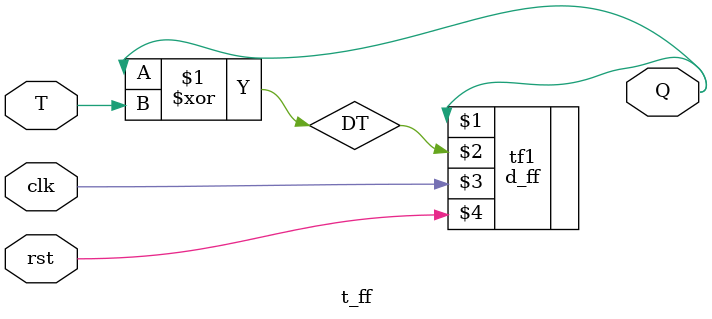
<source format=v>

`include "d_ff.v" 

module t_ff (
    // OUTPUTS
    output reg Q

    // INPUTS
    ,input T
    ,input clk
    ,input rst
    );

    wire DT;
    assign DT = Q ^ T;
    d_ff tf1 (Q, DT, clk, rst);

endmodule

</source>
